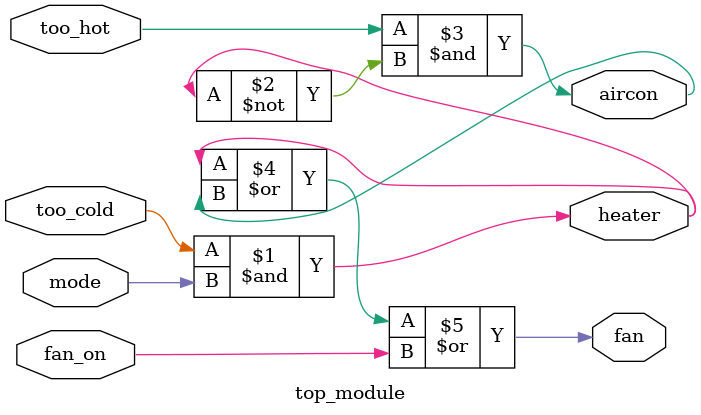
<source format=v>
module top_module (
    input too_cold,
    input too_hot,
    input mode,
    input fan_on,
    output heater,
    output aircon,
    output fan
); 
assign heater=too_cold&mode;
assign aircon=too_hot&(~heater);
assign fan=(heater|aircon|fan_on);
endmodule

</source>
